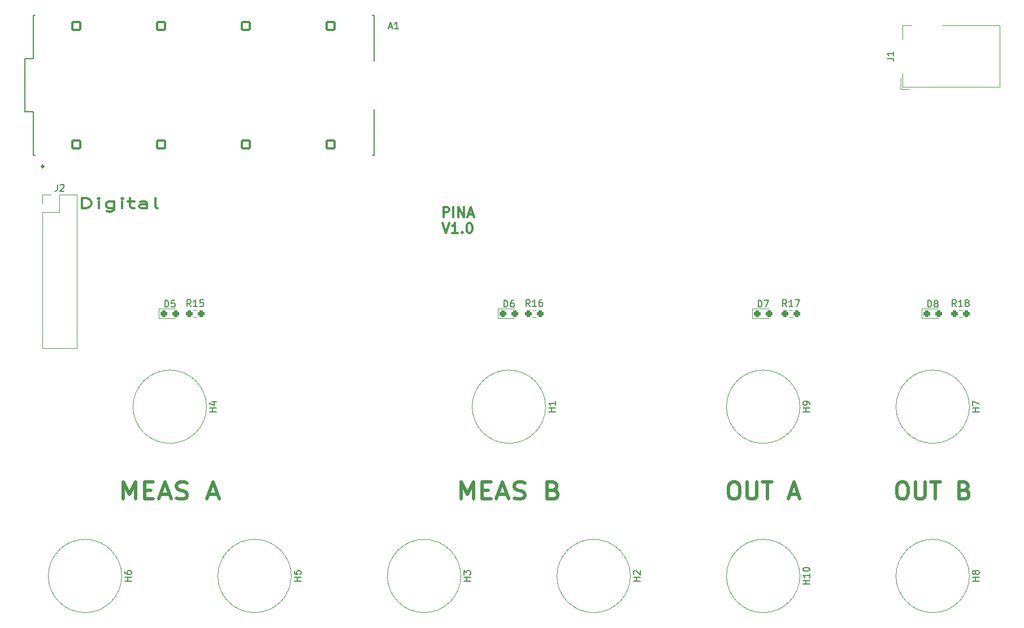
<source format=gto>
G04 #@! TF.GenerationSoftware,KiCad,Pcbnew,6.0.2+dfsg-1*
G04 #@! TF.CreationDate,2023-02-25T17:51:13+02:00*
G04 #@! TF.ProjectId,pina,70696e61-2e6b-4696-9361-645f70636258,rev?*
G04 #@! TF.SameCoordinates,Original*
G04 #@! TF.FileFunction,Legend,Top*
G04 #@! TF.FilePolarity,Positive*
%FSLAX46Y46*%
G04 Gerber Fmt 4.6, Leading zero omitted, Abs format (unit mm)*
G04 Created by KiCad (PCBNEW 6.0.2+dfsg-1) date 2023-02-25 17:51:13*
%MOMM*%
%LPD*%
G01*
G04 APERTURE LIST*
G04 Aperture macros list*
%AMRoundRect*
0 Rectangle with rounded corners*
0 $1 Rounding radius*
0 $2 $3 $4 $5 $6 $7 $8 $9 X,Y pos of 4 corners*
0 Add a 4 corners polygon primitive as box body*
4,1,4,$2,$3,$4,$5,$6,$7,$8,$9,$2,$3,0*
0 Add four circle primitives for the rounded corners*
1,1,$1+$1,$2,$3*
1,1,$1+$1,$4,$5*
1,1,$1+$1,$6,$7*
1,1,$1+$1,$8,$9*
0 Add four rect primitives between the rounded corners*
20,1,$1+$1,$2,$3,$4,$5,0*
20,1,$1+$1,$4,$5,$6,$7,0*
20,1,$1+$1,$6,$7,$8,$9,0*
20,1,$1+$1,$8,$9,$2,$3,0*%
G04 Aperture macros list end*
%ADD10C,0.304800*%
%ADD11C,0.508000*%
%ADD12C,0.300000*%
%ADD13C,0.150000*%
%ADD14C,0.120000*%
%ADD15C,0.127000*%
%ADD16RoundRect,0.237500X-0.287500X-0.237500X0.287500X-0.237500X0.287500X0.237500X-0.287500X0.237500X0*%
%ADD17C,10.160000*%
%ADD18RoundRect,0.237500X0.250000X0.237500X-0.250000X0.237500X-0.250000X-0.237500X0.250000X-0.237500X0*%
%ADD19C,1.600000*%
%ADD20RoundRect,0.200000X0.600000X-0.600000X0.600000X0.600000X-0.600000X0.600000X-0.600000X-0.600000X0*%
%ADD21R,1.700000X1.700000*%
%ADD22O,1.700000X1.700000*%
%ADD23R,2.000000X4.600000*%
%ADD24O,2.000000X4.200000*%
%ADD25O,4.200000X2.000000*%
%ADD26C,2.200000*%
G04 APERTURE END LIST*
D10*
X95020190Y-72063428D02*
X95020190Y-70539428D01*
X95624952Y-70539428D01*
X95987809Y-70612000D01*
X96229714Y-70757142D01*
X96350666Y-70902285D01*
X96471619Y-71192571D01*
X96471619Y-71410285D01*
X96350666Y-71700571D01*
X96229714Y-71845714D01*
X95987809Y-71990857D01*
X95624952Y-72063428D01*
X95020190Y-72063428D01*
X97560190Y-72063428D02*
X97560190Y-71047428D01*
X97560190Y-70539428D02*
X97439238Y-70612000D01*
X97560190Y-70684571D01*
X97681142Y-70612000D01*
X97560190Y-70539428D01*
X97560190Y-70684571D01*
X99858285Y-71047428D02*
X99858285Y-72281142D01*
X99737333Y-72426285D01*
X99616380Y-72498857D01*
X99374476Y-72571428D01*
X99011619Y-72571428D01*
X98769714Y-72498857D01*
X99858285Y-71990857D02*
X99616380Y-72063428D01*
X99132571Y-72063428D01*
X98890666Y-71990857D01*
X98769714Y-71918285D01*
X98648761Y-71773142D01*
X98648761Y-71337714D01*
X98769714Y-71192571D01*
X98890666Y-71120000D01*
X99132571Y-71047428D01*
X99616380Y-71047428D01*
X99858285Y-71120000D01*
X101067809Y-72063428D02*
X101067809Y-71047428D01*
X101067809Y-70539428D02*
X100946857Y-70612000D01*
X101067809Y-70684571D01*
X101188761Y-70612000D01*
X101067809Y-70539428D01*
X101067809Y-70684571D01*
X101914476Y-71047428D02*
X102882095Y-71047428D01*
X102277333Y-70539428D02*
X102277333Y-71845714D01*
X102398285Y-71990857D01*
X102640190Y-72063428D01*
X102882095Y-72063428D01*
X104817333Y-72063428D02*
X104817333Y-71265142D01*
X104696380Y-71120000D01*
X104454476Y-71047428D01*
X103970666Y-71047428D01*
X103728761Y-71120000D01*
X104817333Y-71990857D02*
X104575428Y-72063428D01*
X103970666Y-72063428D01*
X103728761Y-71990857D01*
X103607809Y-71845714D01*
X103607809Y-71700571D01*
X103728761Y-71555428D01*
X103970666Y-71482857D01*
X104575428Y-71482857D01*
X104817333Y-71410285D01*
X106389714Y-72063428D02*
X106147809Y-71990857D01*
X106026857Y-71845714D01*
X106026857Y-70539428D01*
D11*
X101219000Y-115703047D02*
X101219000Y-113163047D01*
X102150333Y-114977333D01*
X103081666Y-113163047D01*
X103081666Y-115703047D01*
X104412142Y-114372571D02*
X105343476Y-114372571D01*
X105742619Y-115703047D02*
X104412142Y-115703047D01*
X104412142Y-113163047D01*
X105742619Y-113163047D01*
X106807000Y-114977333D02*
X108137476Y-114977333D01*
X106540904Y-115703047D02*
X107472238Y-113163047D01*
X108403571Y-115703047D01*
X109201857Y-115582095D02*
X109601000Y-115703047D01*
X110266238Y-115703047D01*
X110532333Y-115582095D01*
X110665380Y-115461142D01*
X110798428Y-115219238D01*
X110798428Y-114977333D01*
X110665380Y-114735428D01*
X110532333Y-114614476D01*
X110266238Y-114493523D01*
X109734047Y-114372571D01*
X109467952Y-114251619D01*
X109334904Y-114130666D01*
X109201857Y-113888761D01*
X109201857Y-113646857D01*
X109334904Y-113404952D01*
X109467952Y-113284000D01*
X109734047Y-113163047D01*
X110399285Y-113163047D01*
X110798428Y-113284000D01*
X113991571Y-114977333D02*
X115322047Y-114977333D01*
X113725476Y-115703047D02*
X114656809Y-113163047D01*
X115588142Y-115703047D01*
X151819428Y-115703047D02*
X151819428Y-113163047D01*
X152750761Y-114977333D01*
X153682095Y-113163047D01*
X153682095Y-115703047D01*
X155012571Y-114372571D02*
X155943904Y-114372571D01*
X156343047Y-115703047D02*
X155012571Y-115703047D01*
X155012571Y-113163047D01*
X156343047Y-113163047D01*
X157407428Y-114977333D02*
X158737904Y-114977333D01*
X157141333Y-115703047D02*
X158072666Y-113163047D01*
X159004000Y-115703047D01*
X159802285Y-115582095D02*
X160201428Y-115703047D01*
X160866666Y-115703047D01*
X161132761Y-115582095D01*
X161265809Y-115461142D01*
X161398857Y-115219238D01*
X161398857Y-114977333D01*
X161265809Y-114735428D01*
X161132761Y-114614476D01*
X160866666Y-114493523D01*
X160334476Y-114372571D01*
X160068380Y-114251619D01*
X159935333Y-114130666D01*
X159802285Y-113888761D01*
X159802285Y-113646857D01*
X159935333Y-113404952D01*
X160068380Y-113284000D01*
X160334476Y-113163047D01*
X160999714Y-113163047D01*
X161398857Y-113284000D01*
X165656380Y-114372571D02*
X166055523Y-114493523D01*
X166188571Y-114614476D01*
X166321619Y-114856380D01*
X166321619Y-115219238D01*
X166188571Y-115461142D01*
X166055523Y-115582095D01*
X165789428Y-115703047D01*
X164725047Y-115703047D01*
X164725047Y-113163047D01*
X165656380Y-113163047D01*
X165922476Y-113284000D01*
X166055523Y-113404952D01*
X166188571Y-113646857D01*
X166188571Y-113888761D01*
X166055523Y-114130666D01*
X165922476Y-114251619D01*
X165656380Y-114372571D01*
X164725047Y-114372571D01*
X192507809Y-113163047D02*
X192991619Y-113163047D01*
X193233523Y-113284000D01*
X193475428Y-113525904D01*
X193596380Y-114009714D01*
X193596380Y-114856380D01*
X193475428Y-115340190D01*
X193233523Y-115582095D01*
X192991619Y-115703047D01*
X192507809Y-115703047D01*
X192265904Y-115582095D01*
X192024000Y-115340190D01*
X191903047Y-114856380D01*
X191903047Y-114009714D01*
X192024000Y-113525904D01*
X192265904Y-113284000D01*
X192507809Y-113163047D01*
X194684952Y-113163047D02*
X194684952Y-115219238D01*
X194805904Y-115461142D01*
X194926857Y-115582095D01*
X195168761Y-115703047D01*
X195652571Y-115703047D01*
X195894476Y-115582095D01*
X196015428Y-115461142D01*
X196136380Y-115219238D01*
X196136380Y-113163047D01*
X196983047Y-113163047D02*
X198434476Y-113163047D01*
X197708761Y-115703047D02*
X197708761Y-113163047D01*
X201095428Y-114977333D02*
X202304952Y-114977333D01*
X200853523Y-115703047D02*
X201700190Y-113163047D01*
X202546857Y-115703047D01*
X217726380Y-113163047D02*
X218210190Y-113163047D01*
X218452095Y-113284000D01*
X218694000Y-113525904D01*
X218814952Y-114009714D01*
X218814952Y-114856380D01*
X218694000Y-115340190D01*
X218452095Y-115582095D01*
X218210190Y-115703047D01*
X217726380Y-115703047D01*
X217484476Y-115582095D01*
X217242571Y-115340190D01*
X217121619Y-114856380D01*
X217121619Y-114009714D01*
X217242571Y-113525904D01*
X217484476Y-113284000D01*
X217726380Y-113163047D01*
X219903523Y-113163047D02*
X219903523Y-115219238D01*
X220024476Y-115461142D01*
X220145428Y-115582095D01*
X220387333Y-115703047D01*
X220871142Y-115703047D01*
X221113047Y-115582095D01*
X221234000Y-115461142D01*
X221354952Y-115219238D01*
X221354952Y-113163047D01*
X222201619Y-113163047D02*
X223653047Y-113163047D01*
X222927333Y-115703047D02*
X222927333Y-113163047D01*
X227281619Y-114372571D02*
X227644476Y-114493523D01*
X227765428Y-114614476D01*
X227886380Y-114856380D01*
X227886380Y-115219238D01*
X227765428Y-115461142D01*
X227644476Y-115582095D01*
X227402571Y-115703047D01*
X226434952Y-115703047D01*
X226434952Y-113163047D01*
X227281619Y-113163047D01*
X227523523Y-113284000D01*
X227644476Y-113404952D01*
X227765428Y-113646857D01*
X227765428Y-113888761D01*
X227644476Y-114130666D01*
X227523523Y-114251619D01*
X227281619Y-114372571D01*
X226434952Y-114372571D01*
D12*
X149205428Y-73385071D02*
X149205428Y-71885071D01*
X149776857Y-71885071D01*
X149919714Y-71956500D01*
X149991142Y-72027928D01*
X150062571Y-72170785D01*
X150062571Y-72385071D01*
X149991142Y-72527928D01*
X149919714Y-72599357D01*
X149776857Y-72670785D01*
X149205428Y-72670785D01*
X150705428Y-73385071D02*
X150705428Y-71885071D01*
X151419714Y-73385071D02*
X151419714Y-71885071D01*
X152276857Y-73385071D01*
X152276857Y-71885071D01*
X152919714Y-72956500D02*
X153634000Y-72956500D01*
X152776857Y-73385071D02*
X153276857Y-71885071D01*
X153776857Y-73385071D01*
X149098285Y-74300071D02*
X149598285Y-75800071D01*
X150098285Y-74300071D01*
X151384000Y-75800071D02*
X150526857Y-75800071D01*
X150955428Y-75800071D02*
X150955428Y-74300071D01*
X150812571Y-74514357D01*
X150669714Y-74657214D01*
X150526857Y-74728642D01*
X152026857Y-75657214D02*
X152098285Y-75728642D01*
X152026857Y-75800071D01*
X151955428Y-75728642D01*
X152026857Y-75657214D01*
X152026857Y-75800071D01*
X153026857Y-74300071D02*
X153169714Y-74300071D01*
X153312571Y-74371500D01*
X153384000Y-74442928D01*
X153455428Y-74585785D01*
X153526857Y-74871500D01*
X153526857Y-75228642D01*
X153455428Y-75514357D01*
X153384000Y-75657214D01*
X153312571Y-75728642D01*
X153169714Y-75800071D01*
X153026857Y-75800071D01*
X152884000Y-75728642D01*
X152812571Y-75657214D01*
X152741142Y-75514357D01*
X152669714Y-75228642D01*
X152669714Y-74871500D01*
X152741142Y-74585785D01*
X152812571Y-74442928D01*
X152884000Y-74371500D01*
X153026857Y-74300071D01*
D13*
X221765904Y-86906380D02*
X221765904Y-85906380D01*
X222004000Y-85906380D01*
X222146857Y-85954000D01*
X222242095Y-86049238D01*
X222289714Y-86144476D01*
X222337333Y-86334952D01*
X222337333Y-86477809D01*
X222289714Y-86668285D01*
X222242095Y-86763523D01*
X222146857Y-86858761D01*
X222004000Y-86906380D01*
X221765904Y-86906380D01*
X222908761Y-86334952D02*
X222813523Y-86287333D01*
X222765904Y-86239714D01*
X222718285Y-86144476D01*
X222718285Y-86096857D01*
X222765904Y-86001619D01*
X222813523Y-85954000D01*
X222908761Y-85906380D01*
X223099238Y-85906380D01*
X223194476Y-85954000D01*
X223242095Y-86001619D01*
X223289714Y-86096857D01*
X223289714Y-86144476D01*
X223242095Y-86239714D01*
X223194476Y-86287333D01*
X223099238Y-86334952D01*
X222908761Y-86334952D01*
X222813523Y-86382571D01*
X222765904Y-86430190D01*
X222718285Y-86525428D01*
X222718285Y-86715904D01*
X222765904Y-86811142D01*
X222813523Y-86858761D01*
X222908761Y-86906380D01*
X223099238Y-86906380D01*
X223194476Y-86858761D01*
X223242095Y-86811142D01*
X223289714Y-86715904D01*
X223289714Y-86525428D01*
X223242095Y-86430190D01*
X223194476Y-86382571D01*
X223099238Y-86334952D01*
X229456380Y-128015904D02*
X228456380Y-128015904D01*
X228932571Y-128015904D02*
X228932571Y-127444476D01*
X229456380Y-127444476D02*
X228456380Y-127444476D01*
X228884952Y-126825428D02*
X228837333Y-126920666D01*
X228789714Y-126968285D01*
X228694476Y-127015904D01*
X228646857Y-127015904D01*
X228551619Y-126968285D01*
X228504000Y-126920666D01*
X228456380Y-126825428D01*
X228456380Y-126634952D01*
X228504000Y-126539714D01*
X228551619Y-126492095D01*
X228646857Y-126444476D01*
X228694476Y-126444476D01*
X228789714Y-126492095D01*
X228837333Y-126539714D01*
X228884952Y-126634952D01*
X228884952Y-126825428D01*
X228932571Y-126920666D01*
X228980190Y-126968285D01*
X229075428Y-127015904D01*
X229265904Y-127015904D01*
X229361142Y-126968285D01*
X229408761Y-126920666D01*
X229456380Y-126825428D01*
X229456380Y-126634952D01*
X229408761Y-126539714D01*
X229361142Y-126492095D01*
X229265904Y-126444476D01*
X229075428Y-126444476D01*
X228980190Y-126492095D01*
X228932571Y-126539714D01*
X228884952Y-126634952D01*
X111371142Y-86812380D02*
X111037809Y-86336190D01*
X110799714Y-86812380D02*
X110799714Y-85812380D01*
X111180666Y-85812380D01*
X111275904Y-85860000D01*
X111323523Y-85907619D01*
X111371142Y-86002857D01*
X111371142Y-86145714D01*
X111323523Y-86240952D01*
X111275904Y-86288571D01*
X111180666Y-86336190D01*
X110799714Y-86336190D01*
X112323523Y-86812380D02*
X111752095Y-86812380D01*
X112037809Y-86812380D02*
X112037809Y-85812380D01*
X111942571Y-85955238D01*
X111847333Y-86050476D01*
X111752095Y-86098095D01*
X113228285Y-85812380D02*
X112752095Y-85812380D01*
X112704476Y-86288571D01*
X112752095Y-86240952D01*
X112847333Y-86193333D01*
X113085428Y-86193333D01*
X113180666Y-86240952D01*
X113228285Y-86288571D01*
X113275904Y-86383809D01*
X113275904Y-86621904D01*
X113228285Y-86717142D01*
X113180666Y-86764761D01*
X113085428Y-86812380D01*
X112847333Y-86812380D01*
X112752095Y-86764761D01*
X112704476Y-86717142D01*
X178656380Y-128015904D02*
X177656380Y-128015904D01*
X178132571Y-128015904D02*
X178132571Y-127444476D01*
X178656380Y-127444476D02*
X177656380Y-127444476D01*
X177751619Y-127015904D02*
X177704000Y-126968285D01*
X177656380Y-126873047D01*
X177656380Y-126634952D01*
X177704000Y-126539714D01*
X177751619Y-126492095D01*
X177846857Y-126444476D01*
X177942095Y-126444476D01*
X178084952Y-126492095D01*
X178656380Y-127063523D01*
X178656380Y-126444476D01*
X153256380Y-128015904D02*
X152256380Y-128015904D01*
X152732571Y-128015904D02*
X152732571Y-127444476D01*
X153256380Y-127444476D02*
X152256380Y-127444476D01*
X152256380Y-127063523D02*
X152256380Y-126444476D01*
X152637333Y-126777809D01*
X152637333Y-126634952D01*
X152684952Y-126539714D01*
X152732571Y-126492095D01*
X152827809Y-126444476D01*
X153065904Y-126444476D01*
X153161142Y-126492095D01*
X153208761Y-126539714D01*
X153256380Y-126634952D01*
X153256380Y-126920666D01*
X153208761Y-127015904D01*
X153161142Y-127063523D01*
X162171142Y-86812380D02*
X161837809Y-86336190D01*
X161599714Y-86812380D02*
X161599714Y-85812380D01*
X161980666Y-85812380D01*
X162075904Y-85860000D01*
X162123523Y-85907619D01*
X162171142Y-86002857D01*
X162171142Y-86145714D01*
X162123523Y-86240952D01*
X162075904Y-86288571D01*
X161980666Y-86336190D01*
X161599714Y-86336190D01*
X163123523Y-86812380D02*
X162552095Y-86812380D01*
X162837809Y-86812380D02*
X162837809Y-85812380D01*
X162742571Y-85955238D01*
X162647333Y-86050476D01*
X162552095Y-86098095D01*
X163980666Y-85812380D02*
X163790190Y-85812380D01*
X163694952Y-85860000D01*
X163647333Y-85907619D01*
X163552095Y-86050476D01*
X163504476Y-86240952D01*
X163504476Y-86621904D01*
X163552095Y-86717142D01*
X163599714Y-86764761D01*
X163694952Y-86812380D01*
X163885428Y-86812380D01*
X163980666Y-86764761D01*
X164028285Y-86717142D01*
X164075904Y-86621904D01*
X164075904Y-86383809D01*
X164028285Y-86288571D01*
X163980666Y-86240952D01*
X163885428Y-86193333D01*
X163694952Y-86193333D01*
X163599714Y-86240952D01*
X163552095Y-86288571D01*
X163504476Y-86383809D01*
X102456380Y-128015904D02*
X101456380Y-128015904D01*
X101932571Y-128015904D02*
X101932571Y-127444476D01*
X102456380Y-127444476D02*
X101456380Y-127444476D01*
X101456380Y-126539714D02*
X101456380Y-126730190D01*
X101504000Y-126825428D01*
X101551619Y-126873047D01*
X101694476Y-126968285D01*
X101884952Y-127015904D01*
X102265904Y-127015904D01*
X102361142Y-126968285D01*
X102408761Y-126920666D01*
X102456380Y-126825428D01*
X102456380Y-126634952D01*
X102408761Y-126539714D01*
X102361142Y-126492095D01*
X102265904Y-126444476D01*
X102027809Y-126444476D01*
X101932571Y-126492095D01*
X101884952Y-126539714D01*
X101837333Y-126634952D01*
X101837333Y-126825428D01*
X101884952Y-126920666D01*
X101932571Y-126968285D01*
X102027809Y-127015904D01*
X204056380Y-102615904D02*
X203056380Y-102615904D01*
X203532571Y-102615904D02*
X203532571Y-102044476D01*
X204056380Y-102044476D02*
X203056380Y-102044476D01*
X204056380Y-101520666D02*
X204056380Y-101330190D01*
X204008761Y-101234952D01*
X203961142Y-101187333D01*
X203818285Y-101092095D01*
X203627809Y-101044476D01*
X203246857Y-101044476D01*
X203151619Y-101092095D01*
X203104000Y-101139714D01*
X203056380Y-101234952D01*
X203056380Y-101425428D01*
X203104000Y-101520666D01*
X203151619Y-101568285D01*
X203246857Y-101615904D01*
X203484952Y-101615904D01*
X203580190Y-101568285D01*
X203627809Y-101520666D01*
X203675428Y-101425428D01*
X203675428Y-101234952D01*
X203627809Y-101139714D01*
X203580190Y-101092095D01*
X203484952Y-101044476D01*
X141017714Y-44870666D02*
X141493904Y-44870666D01*
X140922476Y-45156380D02*
X141255809Y-44156380D01*
X141589142Y-45156380D01*
X142446285Y-45156380D02*
X141874857Y-45156380D01*
X142160571Y-45156380D02*
X142160571Y-44156380D01*
X142065333Y-44299238D01*
X141970095Y-44394476D01*
X141874857Y-44442095D01*
X107465904Y-86906380D02*
X107465904Y-85906380D01*
X107704000Y-85906380D01*
X107846857Y-85954000D01*
X107942095Y-86049238D01*
X107989714Y-86144476D01*
X108037333Y-86334952D01*
X108037333Y-86477809D01*
X107989714Y-86668285D01*
X107942095Y-86763523D01*
X107846857Y-86858761D01*
X107704000Y-86906380D01*
X107465904Y-86906380D01*
X108942095Y-85906380D02*
X108465904Y-85906380D01*
X108418285Y-86382571D01*
X108465904Y-86334952D01*
X108561142Y-86287333D01*
X108799238Y-86287333D01*
X108894476Y-86334952D01*
X108942095Y-86382571D01*
X108989714Y-86477809D01*
X108989714Y-86715904D01*
X108942095Y-86811142D01*
X108894476Y-86858761D01*
X108799238Y-86906380D01*
X108561142Y-86906380D01*
X108465904Y-86858761D01*
X108418285Y-86811142D01*
X204056380Y-128492095D02*
X203056380Y-128492095D01*
X203532571Y-128492095D02*
X203532571Y-127920666D01*
X204056380Y-127920666D02*
X203056380Y-127920666D01*
X204056380Y-126920666D02*
X204056380Y-127492095D01*
X204056380Y-127206380D02*
X203056380Y-127206380D01*
X203199238Y-127301619D01*
X203294476Y-127396857D01*
X203342095Y-127492095D01*
X203056380Y-126301619D02*
X203056380Y-126206380D01*
X203104000Y-126111142D01*
X203151619Y-126063523D01*
X203246857Y-126015904D01*
X203437333Y-125968285D01*
X203675428Y-125968285D01*
X203865904Y-126015904D01*
X203961142Y-126063523D01*
X204008761Y-126111142D01*
X204056380Y-126206380D01*
X204056380Y-126301619D01*
X204008761Y-126396857D01*
X203961142Y-126444476D01*
X203865904Y-126492095D01*
X203675428Y-126539714D01*
X203437333Y-126539714D01*
X203246857Y-126492095D01*
X203151619Y-126444476D01*
X203104000Y-126396857D01*
X203056380Y-126301619D01*
X200603642Y-86812380D02*
X200270309Y-86336190D01*
X200032214Y-86812380D02*
X200032214Y-85812380D01*
X200413166Y-85812380D01*
X200508404Y-85860000D01*
X200556023Y-85907619D01*
X200603642Y-86002857D01*
X200603642Y-86145714D01*
X200556023Y-86240952D01*
X200508404Y-86288571D01*
X200413166Y-86336190D01*
X200032214Y-86336190D01*
X201556023Y-86812380D02*
X200984595Y-86812380D01*
X201270309Y-86812380D02*
X201270309Y-85812380D01*
X201175071Y-85955238D01*
X201079833Y-86050476D01*
X200984595Y-86098095D01*
X201889357Y-85812380D02*
X202556023Y-85812380D01*
X202127452Y-86812380D01*
X115156380Y-102615904D02*
X114156380Y-102615904D01*
X114632571Y-102615904D02*
X114632571Y-102044476D01*
X115156380Y-102044476D02*
X114156380Y-102044476D01*
X114489714Y-101139714D02*
X115156380Y-101139714D01*
X114108761Y-101377809D02*
X114823047Y-101615904D01*
X114823047Y-100996857D01*
X91360666Y-68496380D02*
X91360666Y-69210666D01*
X91313047Y-69353523D01*
X91217809Y-69448761D01*
X91074952Y-69496380D01*
X90979714Y-69496380D01*
X91789238Y-68591619D02*
X91836857Y-68544000D01*
X91932095Y-68496380D01*
X92170190Y-68496380D01*
X92265428Y-68544000D01*
X92313047Y-68591619D01*
X92360666Y-68686857D01*
X92360666Y-68782095D01*
X92313047Y-68924952D01*
X91741619Y-69496380D01*
X92360666Y-69496380D01*
X127856380Y-128015904D02*
X126856380Y-128015904D01*
X127332571Y-128015904D02*
X127332571Y-127444476D01*
X127856380Y-127444476D02*
X126856380Y-127444476D01*
X126856380Y-126492095D02*
X126856380Y-126968285D01*
X127332571Y-127015904D01*
X127284952Y-126968285D01*
X127237333Y-126873047D01*
X127237333Y-126634952D01*
X127284952Y-126539714D01*
X127332571Y-126492095D01*
X127427809Y-126444476D01*
X127665904Y-126444476D01*
X127761142Y-126492095D01*
X127808761Y-126539714D01*
X127856380Y-126634952D01*
X127856380Y-126873047D01*
X127808761Y-126968285D01*
X127761142Y-127015904D01*
X215654380Y-49605333D02*
X216368666Y-49605333D01*
X216511523Y-49652952D01*
X216606761Y-49748190D01*
X216654380Y-49891047D01*
X216654380Y-49986285D01*
X216654380Y-48605333D02*
X216654380Y-49176761D01*
X216654380Y-48891047D02*
X215654380Y-48891047D01*
X215797238Y-48986285D01*
X215892476Y-49081523D01*
X215940095Y-49176761D01*
X158265904Y-86906380D02*
X158265904Y-85906380D01*
X158504000Y-85906380D01*
X158646857Y-85954000D01*
X158742095Y-86049238D01*
X158789714Y-86144476D01*
X158837333Y-86334952D01*
X158837333Y-86477809D01*
X158789714Y-86668285D01*
X158742095Y-86763523D01*
X158646857Y-86858761D01*
X158504000Y-86906380D01*
X158265904Y-86906380D01*
X159694476Y-85906380D02*
X159504000Y-85906380D01*
X159408761Y-85954000D01*
X159361142Y-86001619D01*
X159265904Y-86144476D01*
X159218285Y-86334952D01*
X159218285Y-86715904D01*
X159265904Y-86811142D01*
X159313523Y-86858761D01*
X159408761Y-86906380D01*
X159599238Y-86906380D01*
X159694476Y-86858761D01*
X159742095Y-86811142D01*
X159789714Y-86715904D01*
X159789714Y-86477809D01*
X159742095Y-86382571D01*
X159694476Y-86334952D01*
X159599238Y-86287333D01*
X159408761Y-86287333D01*
X159313523Y-86334952D01*
X159265904Y-86382571D01*
X159218285Y-86477809D01*
X165956380Y-102615904D02*
X164956380Y-102615904D01*
X165432571Y-102615904D02*
X165432571Y-102044476D01*
X165956380Y-102044476D02*
X164956380Y-102044476D01*
X165956380Y-101044476D02*
X165956380Y-101615904D01*
X165956380Y-101330190D02*
X164956380Y-101330190D01*
X165099238Y-101425428D01*
X165194476Y-101520666D01*
X165242095Y-101615904D01*
X196365904Y-86906380D02*
X196365904Y-85906380D01*
X196604000Y-85906380D01*
X196746857Y-85954000D01*
X196842095Y-86049238D01*
X196889714Y-86144476D01*
X196937333Y-86334952D01*
X196937333Y-86477809D01*
X196889714Y-86668285D01*
X196842095Y-86763523D01*
X196746857Y-86858761D01*
X196604000Y-86906380D01*
X196365904Y-86906380D01*
X197270666Y-85906380D02*
X197937333Y-85906380D01*
X197508761Y-86906380D01*
X229456380Y-102615904D02*
X228456380Y-102615904D01*
X228932571Y-102615904D02*
X228932571Y-102044476D01*
X229456380Y-102044476D02*
X228456380Y-102044476D01*
X228456380Y-101663523D02*
X228456380Y-100996857D01*
X229456380Y-101425428D01*
X226028642Y-86812380D02*
X225695309Y-86336190D01*
X225457214Y-86812380D02*
X225457214Y-85812380D01*
X225838166Y-85812380D01*
X225933404Y-85860000D01*
X225981023Y-85907619D01*
X226028642Y-86002857D01*
X226028642Y-86145714D01*
X225981023Y-86240952D01*
X225933404Y-86288571D01*
X225838166Y-86336190D01*
X225457214Y-86336190D01*
X226981023Y-86812380D02*
X226409595Y-86812380D01*
X226695309Y-86812380D02*
X226695309Y-85812380D01*
X226600071Y-85955238D01*
X226504833Y-86050476D01*
X226409595Y-86098095D01*
X227552452Y-86240952D02*
X227457214Y-86193333D01*
X227409595Y-86145714D01*
X227361976Y-86050476D01*
X227361976Y-86002857D01*
X227409595Y-85907619D01*
X227457214Y-85860000D01*
X227552452Y-85812380D01*
X227742928Y-85812380D01*
X227838166Y-85860000D01*
X227885785Y-85907619D01*
X227933404Y-86002857D01*
X227933404Y-86050476D01*
X227885785Y-86145714D01*
X227838166Y-86193333D01*
X227742928Y-86240952D01*
X227552452Y-86240952D01*
X227457214Y-86288571D01*
X227409595Y-86336190D01*
X227361976Y-86431428D01*
X227361976Y-86621904D01*
X227409595Y-86717142D01*
X227457214Y-86764761D01*
X227552452Y-86812380D01*
X227742928Y-86812380D01*
X227838166Y-86764761D01*
X227885785Y-86717142D01*
X227933404Y-86621904D01*
X227933404Y-86431428D01*
X227885785Y-86336190D01*
X227838166Y-86288571D01*
X227742928Y-86240952D01*
D14*
X220844000Y-88619000D02*
X223304000Y-88619000D01*
X220844000Y-87149000D02*
X220844000Y-88619000D01*
X223304000Y-87149000D02*
X220844000Y-87149000D01*
X228004000Y-127254000D02*
G75*
G03*
X228004000Y-127254000I-5500000J0D01*
G01*
X112268724Y-88406500D02*
X111759276Y-88406500D01*
X112268724Y-87361500D02*
X111759276Y-87361500D01*
X177204000Y-127254000D02*
G75*
G03*
X177204000Y-127254000I-5500000J0D01*
G01*
X151804000Y-127254000D02*
G75*
G03*
X151804000Y-127254000I-5500000J0D01*
G01*
X163068724Y-87361500D02*
X162559276Y-87361500D01*
X163068724Y-88406500D02*
X162559276Y-88406500D01*
X101004000Y-127254000D02*
G75*
G03*
X101004000Y-127254000I-5500000J0D01*
G01*
X202604000Y-101854000D02*
G75*
G03*
X202604000Y-101854000I-5500000J0D01*
G01*
D15*
X138784000Y-64094000D02*
X138534000Y-64094000D01*
X88034000Y-64094000D02*
X87784000Y-64094000D01*
X87784000Y-43094000D02*
X88034000Y-43094000D01*
X138784000Y-57254000D02*
X138784000Y-64094000D01*
X86484000Y-57594000D02*
X86484000Y-49594000D01*
X87784000Y-64094000D02*
X87784000Y-57594000D01*
X86484000Y-49594000D02*
X87784000Y-49594000D01*
X87784000Y-57594000D02*
X86484000Y-57594000D01*
X138784000Y-43094000D02*
X138784000Y-49934000D01*
X138784000Y-43094000D02*
X138534000Y-43094000D01*
X87784000Y-49594000D02*
X87784000Y-43094000D01*
D12*
X89304000Y-65784000D02*
G75*
G03*
X89304000Y-65784000I-150000J0D01*
G01*
D14*
X109004000Y-87149000D02*
X106544000Y-87149000D01*
X106544000Y-88619000D02*
X109004000Y-88619000D01*
X106544000Y-87149000D02*
X106544000Y-88619000D01*
X202604000Y-127254000D02*
G75*
G03*
X202604000Y-127254000I-5500000J0D01*
G01*
X201501224Y-88406500D02*
X200991776Y-88406500D01*
X201501224Y-87361500D02*
X200991776Y-87361500D01*
X113704000Y-101854000D02*
G75*
G03*
X113704000Y-101854000I-5500000J0D01*
G01*
X94294000Y-70044000D02*
X94294000Y-93024000D01*
X89094000Y-72644000D02*
X91694000Y-72644000D01*
X89094000Y-70044000D02*
X90424000Y-70044000D01*
X91694000Y-72644000D02*
X91694000Y-70044000D01*
X89094000Y-71374000D02*
X89094000Y-70044000D01*
X89094000Y-93024000D02*
X94294000Y-93024000D01*
X91694000Y-70044000D02*
X94294000Y-70044000D01*
X89094000Y-72644000D02*
X89094000Y-93024000D01*
X126404000Y-127254000D02*
G75*
G03*
X126404000Y-127254000I-5500000J0D01*
G01*
X218002000Y-46672000D02*
X218002000Y-44672000D01*
X232502000Y-53872000D02*
X218002000Y-53872000D01*
X218002000Y-44672000D02*
X219302000Y-44672000D01*
X217702000Y-52472000D02*
X217702000Y-54172000D01*
X232502000Y-44672000D02*
X232502000Y-53872000D01*
X223902000Y-44672000D02*
X232502000Y-44672000D01*
X217702000Y-54172000D02*
X219002000Y-54172000D01*
X218002000Y-53872000D02*
X218002000Y-51872000D01*
X159804000Y-87149000D02*
X157344000Y-87149000D01*
X157344000Y-88619000D02*
X159804000Y-88619000D01*
X157344000Y-87149000D02*
X157344000Y-88619000D01*
X164504000Y-101854000D02*
G75*
G03*
X164504000Y-101854000I-5500000J0D01*
G01*
X197904000Y-87149000D02*
X195444000Y-87149000D01*
X195444000Y-87149000D02*
X195444000Y-88619000D01*
X195444000Y-88619000D02*
X197904000Y-88619000D01*
X228004000Y-101854000D02*
G75*
G03*
X228004000Y-101854000I-5500000J0D01*
G01*
X226926224Y-88406500D02*
X226416776Y-88406500D01*
X226926224Y-87361500D02*
X226416776Y-87361500D01*
%LPC*%
D16*
X221629000Y-87884000D03*
X223379000Y-87884000D03*
D17*
X222504000Y-127254000D03*
D18*
X112926500Y-87884000D03*
X111101500Y-87884000D03*
D17*
X171704000Y-127254000D03*
X146304000Y-127254000D03*
D18*
X163726500Y-87884000D03*
X161901500Y-87884000D03*
D17*
X95504000Y-127254000D03*
X197104000Y-101854000D03*
D19*
X89154000Y-62484000D03*
X91694000Y-62484000D03*
D20*
X94234000Y-62484000D03*
D19*
X96774000Y-62484000D03*
X99314000Y-62484000D03*
X101854000Y-62484000D03*
X104394000Y-62484000D03*
D20*
X106934000Y-62484000D03*
D19*
X109474000Y-62484000D03*
X112014000Y-62484000D03*
X114554000Y-62484000D03*
X117094000Y-62484000D03*
D20*
X119634000Y-62484000D03*
D19*
X122174000Y-62484000D03*
X124714000Y-62484000D03*
X127254000Y-62442119D03*
X129794000Y-62484000D03*
D20*
X132334000Y-62484000D03*
D19*
X134874000Y-62484000D03*
X137414000Y-62484000D03*
X137414000Y-44704000D03*
X134874000Y-44704000D03*
D20*
X132334000Y-44704000D03*
D19*
X129794000Y-44704000D03*
X127254000Y-44704000D03*
X124714000Y-44704000D03*
X122174000Y-44704000D03*
D20*
X119634000Y-44704000D03*
D19*
X117094000Y-44704000D03*
X114554000Y-44704000D03*
X112014000Y-44704000D03*
X109474000Y-44704000D03*
D20*
X106934000Y-44704000D03*
D19*
X104394000Y-44704000D03*
X101854000Y-44704000D03*
X99314000Y-44704000D03*
X96774000Y-44704000D03*
D20*
X94234000Y-44704000D03*
D19*
X91694000Y-44704000D03*
X89154000Y-44704000D03*
D16*
X107329000Y-87884000D03*
X109079000Y-87884000D03*
D17*
X197104000Y-127254000D03*
D18*
X202159000Y-87884000D03*
X200334000Y-87884000D03*
D17*
X108204000Y-101854000D03*
D21*
X90424000Y-71374000D03*
D22*
X92964000Y-71374000D03*
X90424000Y-73914000D03*
X92964000Y-73914000D03*
X90424000Y-76454000D03*
X92964000Y-76454000D03*
X90424000Y-78994000D03*
X92964000Y-78994000D03*
X90424000Y-81534000D03*
X92964000Y-81534000D03*
X90424000Y-84074000D03*
X92964000Y-84074000D03*
X90424000Y-86614000D03*
X92964000Y-86614000D03*
X90424000Y-89154000D03*
X92964000Y-89154000D03*
X90424000Y-91694000D03*
X92964000Y-91694000D03*
D17*
X120904000Y-127254000D03*
D23*
X218702000Y-49272000D03*
D24*
X225002000Y-49272000D03*
D25*
X221602000Y-44472000D03*
D16*
X158129000Y-87884000D03*
X159879000Y-87884000D03*
D17*
X159004000Y-101854000D03*
D16*
X196229000Y-87884000D03*
X197979000Y-87884000D03*
D17*
X222504000Y-101854000D03*
D18*
X227584000Y-87884000D03*
X225759000Y-87884000D03*
D26*
X184404000Y-96774000D03*
X184404000Y-106934000D03*
X184404000Y-114554000D03*
X176784000Y-96774000D03*
X133604000Y-96774000D03*
X133604000Y-106934000D03*
X133604000Y-114554000D03*
X125984000Y-96774000D03*
M02*

</source>
